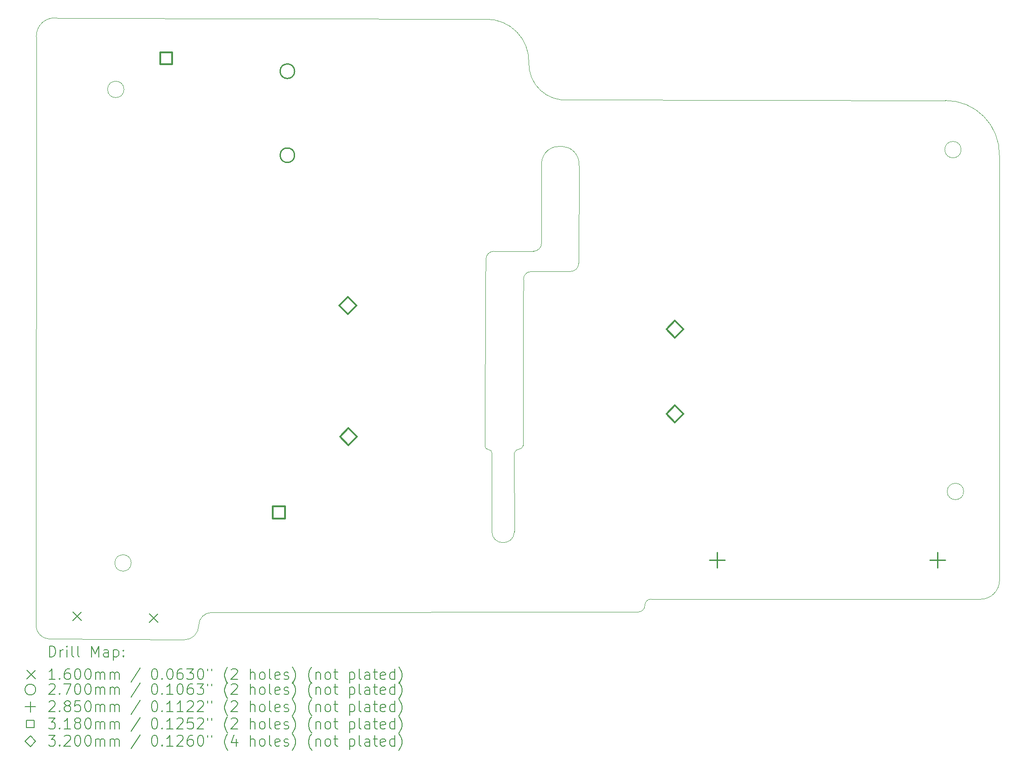
<source format=gbr>
%FSLAX45Y45*%
G04 Gerber Fmt 4.5, Leading zero omitted, Abs format (unit mm)*
G04 Created by KiCad (PCBNEW (6.0.1)) date 2022-11-29 11:45:11*
%MOMM*%
%LPD*%
G01*
G04 APERTURE LIST*
%TA.AperFunction,Profile*%
%ADD10C,0.100000*%
%TD*%
%ADD11C,0.200000*%
%ADD12C,0.160000*%
%ADD13C,0.270000*%
%ADD14C,0.285000*%
%ADD15C,0.318000*%
%ADD16C,0.320000*%
G04 APERTURE END LIST*
D10*
X21991405Y-12501877D02*
G75*
G03*
X21991405Y-12501877I-152485J0D01*
G01*
X22659353Y-14150353D02*
X22656800Y-6248400D01*
X13947171Y-8412480D02*
G75*
G03*
X13807440Y-8559800I0J-139926D01*
G01*
X15937597Y-14743797D02*
X8173720Y-14752320D01*
X14841378Y-6445937D02*
X14833600Y-8260080D01*
X15937597Y-14743797D02*
G75*
G03*
X16064597Y-14616797I0J127000D01*
G01*
X13108971Y-8181371D02*
X13101320Y-8625840D01*
X13634720Y-11788140D02*
X13637260Y-13248640D01*
X5167408Y-3704812D02*
G75*
G03*
X4748308Y-4047712I-82027J-327311D01*
G01*
X13906500Y-4521200D02*
G75*
G03*
X14655800Y-5219700I677555J-24316D01*
G01*
X4741133Y-15002288D02*
G75*
G03*
X4982433Y-15243588I256548J15248D01*
G01*
X13218101Y-13243560D02*
G75*
G03*
X13637260Y-13248640I209610J0D01*
G01*
X16178897Y-14502497D02*
X22303753Y-14505953D01*
X13733780Y-11711940D02*
G75*
G03*
X13797280Y-11648440I0J63500D01*
G01*
X13219881Y-11786419D02*
X13218101Y-13243560D01*
X22303753Y-14505953D02*
G75*
G03*
X22659353Y-14150353I0J355600D01*
G01*
X13906500Y-4521200D02*
G75*
G03*
X13119100Y-3719340I-786441J15271D01*
G01*
X7500620Y-15260320D02*
G75*
G03*
X7767320Y-14993620I0J266700D01*
G01*
X4741133Y-15002288D02*
X4748308Y-4047712D01*
X13992829Y-8033989D02*
G75*
G03*
X14142720Y-7889240I-1J149983D01*
G01*
X21655260Y-5230640D02*
X14655800Y-5219700D01*
X13101320Y-8625840D02*
X13091160Y-11653520D01*
X13802360Y-8986520D02*
X13807440Y-8559800D01*
X13219881Y-11786419D02*
G75*
G03*
X13156381Y-11722919I-63500J0D01*
G01*
X13091160Y-11653520D02*
G75*
G03*
X13156381Y-11722919I65221J-4052D01*
G01*
X13947171Y-8412480D02*
X14683709Y-8409909D01*
X6377485Y-5025000D02*
G75*
G03*
X6377485Y-5025000I-152485J0D01*
G01*
X8008620Y-14752320D02*
G75*
G03*
X7767320Y-14993620I-1J-241300D01*
G01*
X16178897Y-14502497D02*
G75*
G03*
X16064597Y-14616797I0J-114300D01*
G01*
X8173720Y-14752320D02*
X8008620Y-14752320D01*
X13733780Y-11711940D02*
G75*
G03*
X13634720Y-11788140I-1J-102487D01*
G01*
X6512555Y-13830627D02*
G75*
G03*
X6512555Y-13830627I-152485J0D01*
G01*
X13256291Y-8034051D02*
G75*
G03*
X13108971Y-8181371I0J-147320D01*
G01*
X13992829Y-8033989D02*
X13256291Y-8034051D01*
X14841378Y-6445937D02*
G75*
G03*
X14140338Y-6410377I-350679J14643D01*
G01*
X7500620Y-15260320D02*
X4982433Y-15243588D01*
X21945595Y-6144587D02*
G75*
G03*
X21945595Y-6144587I-152485J0D01*
G01*
X5167408Y-3704812D02*
X13119100Y-3719340D01*
X14683709Y-8409909D02*
G75*
G03*
X14833600Y-8260080I0J149891D01*
G01*
X13802360Y-8986520D02*
X13797280Y-11648440D01*
X22656800Y-6248400D02*
G75*
G03*
X21655260Y-5230640I-1001540J16090D01*
G01*
X14140338Y-6410377D02*
X14142720Y-7889240D01*
D11*
D12*
X5429120Y-14740780D02*
X5589120Y-14900780D01*
X5589120Y-14740780D02*
X5429120Y-14900780D01*
X6846440Y-14778880D02*
X7006440Y-14938880D01*
X7006440Y-14778880D02*
X6846440Y-14938880D01*
D13*
X9551000Y-4686300D02*
G75*
G03*
X9551000Y-4686300I-135000J0D01*
G01*
X9551000Y-6248400D02*
G75*
G03*
X9551000Y-6248400I-135000J0D01*
G01*
D14*
X17408100Y-13631450D02*
X17408100Y-13916450D01*
X17265600Y-13773950D02*
X17550600Y-13773950D01*
X21508100Y-13631450D02*
X21508100Y-13916450D01*
X21365600Y-13773950D02*
X21650600Y-13773950D01*
D15*
X7276731Y-4557531D02*
X7276731Y-4332669D01*
X7051869Y-4332669D01*
X7051869Y-4557531D01*
X7276731Y-4557531D01*
X9369231Y-13002831D02*
X9369231Y-12777969D01*
X9144369Y-12777969D01*
X9144369Y-13002831D01*
X9369231Y-13002831D01*
D16*
X10543912Y-9202190D02*
X10703912Y-9042190D01*
X10543912Y-8882190D01*
X10383912Y-9042190D01*
X10543912Y-9202190D01*
X10553700Y-11640800D02*
X10713700Y-11480800D01*
X10553700Y-11320800D01*
X10393700Y-11480800D01*
X10553700Y-11640800D01*
X16624300Y-9646900D02*
X16784300Y-9486900D01*
X16624300Y-9326900D01*
X16464300Y-9486900D01*
X16624300Y-9646900D01*
X16624300Y-11221700D02*
X16784300Y-11061700D01*
X16624300Y-10901700D01*
X16464300Y-11061700D01*
X16624300Y-11221700D01*
D11*
X4993752Y-15575796D02*
X4993752Y-15375796D01*
X5041371Y-15375796D01*
X5069942Y-15385320D01*
X5088990Y-15404368D01*
X5098513Y-15423415D01*
X5108037Y-15461510D01*
X5108037Y-15490082D01*
X5098513Y-15528177D01*
X5088990Y-15547225D01*
X5069942Y-15566272D01*
X5041371Y-15575796D01*
X4993752Y-15575796D01*
X5193752Y-15575796D02*
X5193752Y-15442463D01*
X5193752Y-15480558D02*
X5203275Y-15461510D01*
X5212799Y-15451987D01*
X5231847Y-15442463D01*
X5250894Y-15442463D01*
X5317561Y-15575796D02*
X5317561Y-15442463D01*
X5317561Y-15375796D02*
X5308037Y-15385320D01*
X5317561Y-15394844D01*
X5327085Y-15385320D01*
X5317561Y-15375796D01*
X5317561Y-15394844D01*
X5441371Y-15575796D02*
X5422323Y-15566272D01*
X5412799Y-15547225D01*
X5412799Y-15375796D01*
X5546133Y-15575796D02*
X5527085Y-15566272D01*
X5517561Y-15547225D01*
X5517561Y-15375796D01*
X5774704Y-15575796D02*
X5774704Y-15375796D01*
X5841370Y-15518653D01*
X5908037Y-15375796D01*
X5908037Y-15575796D01*
X6088990Y-15575796D02*
X6088990Y-15471034D01*
X6079466Y-15451987D01*
X6060418Y-15442463D01*
X6022323Y-15442463D01*
X6003275Y-15451987D01*
X6088990Y-15566272D02*
X6069942Y-15575796D01*
X6022323Y-15575796D01*
X6003275Y-15566272D01*
X5993751Y-15547225D01*
X5993751Y-15528177D01*
X6003275Y-15509129D01*
X6022323Y-15499606D01*
X6069942Y-15499606D01*
X6088990Y-15490082D01*
X6184228Y-15442463D02*
X6184228Y-15642463D01*
X6184228Y-15451987D02*
X6203275Y-15442463D01*
X6241370Y-15442463D01*
X6260418Y-15451987D01*
X6269942Y-15461510D01*
X6279466Y-15480558D01*
X6279466Y-15537701D01*
X6269942Y-15556748D01*
X6260418Y-15566272D01*
X6241370Y-15575796D01*
X6203275Y-15575796D01*
X6184228Y-15566272D01*
X6365180Y-15556748D02*
X6374704Y-15566272D01*
X6365180Y-15575796D01*
X6355656Y-15566272D01*
X6365180Y-15556748D01*
X6365180Y-15575796D01*
X6365180Y-15451987D02*
X6374704Y-15461510D01*
X6365180Y-15471034D01*
X6355656Y-15461510D01*
X6365180Y-15451987D01*
X6365180Y-15471034D01*
D12*
X4576133Y-15825320D02*
X4736133Y-15985320D01*
X4736133Y-15825320D02*
X4576133Y-15985320D01*
D11*
X5098513Y-15995796D02*
X4984228Y-15995796D01*
X5041371Y-15995796D02*
X5041371Y-15795796D01*
X5022323Y-15824368D01*
X5003275Y-15843415D01*
X4984228Y-15852939D01*
X5184228Y-15976748D02*
X5193752Y-15986272D01*
X5184228Y-15995796D01*
X5174704Y-15986272D01*
X5184228Y-15976748D01*
X5184228Y-15995796D01*
X5365180Y-15795796D02*
X5327085Y-15795796D01*
X5308037Y-15805320D01*
X5298513Y-15814844D01*
X5279466Y-15843415D01*
X5269942Y-15881510D01*
X5269942Y-15957701D01*
X5279466Y-15976748D01*
X5288990Y-15986272D01*
X5308037Y-15995796D01*
X5346133Y-15995796D01*
X5365180Y-15986272D01*
X5374704Y-15976748D01*
X5384228Y-15957701D01*
X5384228Y-15910082D01*
X5374704Y-15891034D01*
X5365180Y-15881510D01*
X5346133Y-15871987D01*
X5308037Y-15871987D01*
X5288990Y-15881510D01*
X5279466Y-15891034D01*
X5269942Y-15910082D01*
X5508037Y-15795796D02*
X5527085Y-15795796D01*
X5546133Y-15805320D01*
X5555656Y-15814844D01*
X5565180Y-15833891D01*
X5574704Y-15871987D01*
X5574704Y-15919606D01*
X5565180Y-15957701D01*
X5555656Y-15976748D01*
X5546133Y-15986272D01*
X5527085Y-15995796D01*
X5508037Y-15995796D01*
X5488990Y-15986272D01*
X5479466Y-15976748D01*
X5469942Y-15957701D01*
X5460418Y-15919606D01*
X5460418Y-15871987D01*
X5469942Y-15833891D01*
X5479466Y-15814844D01*
X5488990Y-15805320D01*
X5508037Y-15795796D01*
X5698513Y-15795796D02*
X5717561Y-15795796D01*
X5736609Y-15805320D01*
X5746132Y-15814844D01*
X5755656Y-15833891D01*
X5765180Y-15871987D01*
X5765180Y-15919606D01*
X5755656Y-15957701D01*
X5746132Y-15976748D01*
X5736609Y-15986272D01*
X5717561Y-15995796D01*
X5698513Y-15995796D01*
X5679466Y-15986272D01*
X5669942Y-15976748D01*
X5660418Y-15957701D01*
X5650894Y-15919606D01*
X5650894Y-15871987D01*
X5660418Y-15833891D01*
X5669942Y-15814844D01*
X5679466Y-15805320D01*
X5698513Y-15795796D01*
X5850894Y-15995796D02*
X5850894Y-15862463D01*
X5850894Y-15881510D02*
X5860418Y-15871987D01*
X5879466Y-15862463D01*
X5908037Y-15862463D01*
X5927085Y-15871987D01*
X5936609Y-15891034D01*
X5936609Y-15995796D01*
X5936609Y-15891034D02*
X5946132Y-15871987D01*
X5965180Y-15862463D01*
X5993751Y-15862463D01*
X6012799Y-15871987D01*
X6022323Y-15891034D01*
X6022323Y-15995796D01*
X6117561Y-15995796D02*
X6117561Y-15862463D01*
X6117561Y-15881510D02*
X6127085Y-15871987D01*
X6146132Y-15862463D01*
X6174704Y-15862463D01*
X6193751Y-15871987D01*
X6203275Y-15891034D01*
X6203275Y-15995796D01*
X6203275Y-15891034D02*
X6212799Y-15871987D01*
X6231847Y-15862463D01*
X6260418Y-15862463D01*
X6279466Y-15871987D01*
X6288990Y-15891034D01*
X6288990Y-15995796D01*
X6679466Y-15786272D02*
X6508037Y-16043415D01*
X6936609Y-15795796D02*
X6955656Y-15795796D01*
X6974704Y-15805320D01*
X6984228Y-15814844D01*
X6993751Y-15833891D01*
X7003275Y-15871987D01*
X7003275Y-15919606D01*
X6993751Y-15957701D01*
X6984228Y-15976748D01*
X6974704Y-15986272D01*
X6955656Y-15995796D01*
X6936609Y-15995796D01*
X6917561Y-15986272D01*
X6908037Y-15976748D01*
X6898513Y-15957701D01*
X6888990Y-15919606D01*
X6888990Y-15871987D01*
X6898513Y-15833891D01*
X6908037Y-15814844D01*
X6917561Y-15805320D01*
X6936609Y-15795796D01*
X7088990Y-15976748D02*
X7098513Y-15986272D01*
X7088990Y-15995796D01*
X7079466Y-15986272D01*
X7088990Y-15976748D01*
X7088990Y-15995796D01*
X7222323Y-15795796D02*
X7241370Y-15795796D01*
X7260418Y-15805320D01*
X7269942Y-15814844D01*
X7279466Y-15833891D01*
X7288990Y-15871987D01*
X7288990Y-15919606D01*
X7279466Y-15957701D01*
X7269942Y-15976748D01*
X7260418Y-15986272D01*
X7241370Y-15995796D01*
X7222323Y-15995796D01*
X7203275Y-15986272D01*
X7193751Y-15976748D01*
X7184228Y-15957701D01*
X7174704Y-15919606D01*
X7174704Y-15871987D01*
X7184228Y-15833891D01*
X7193751Y-15814844D01*
X7203275Y-15805320D01*
X7222323Y-15795796D01*
X7460418Y-15795796D02*
X7422323Y-15795796D01*
X7403275Y-15805320D01*
X7393751Y-15814844D01*
X7374704Y-15843415D01*
X7365180Y-15881510D01*
X7365180Y-15957701D01*
X7374704Y-15976748D01*
X7384228Y-15986272D01*
X7403275Y-15995796D01*
X7441370Y-15995796D01*
X7460418Y-15986272D01*
X7469942Y-15976748D01*
X7479466Y-15957701D01*
X7479466Y-15910082D01*
X7469942Y-15891034D01*
X7460418Y-15881510D01*
X7441370Y-15871987D01*
X7403275Y-15871987D01*
X7384228Y-15881510D01*
X7374704Y-15891034D01*
X7365180Y-15910082D01*
X7546132Y-15795796D02*
X7669942Y-15795796D01*
X7603275Y-15871987D01*
X7631847Y-15871987D01*
X7650894Y-15881510D01*
X7660418Y-15891034D01*
X7669942Y-15910082D01*
X7669942Y-15957701D01*
X7660418Y-15976748D01*
X7650894Y-15986272D01*
X7631847Y-15995796D01*
X7574704Y-15995796D01*
X7555656Y-15986272D01*
X7546132Y-15976748D01*
X7793751Y-15795796D02*
X7812799Y-15795796D01*
X7831847Y-15805320D01*
X7841370Y-15814844D01*
X7850894Y-15833891D01*
X7860418Y-15871987D01*
X7860418Y-15919606D01*
X7850894Y-15957701D01*
X7841370Y-15976748D01*
X7831847Y-15986272D01*
X7812799Y-15995796D01*
X7793751Y-15995796D01*
X7774704Y-15986272D01*
X7765180Y-15976748D01*
X7755656Y-15957701D01*
X7746132Y-15919606D01*
X7746132Y-15871987D01*
X7755656Y-15833891D01*
X7765180Y-15814844D01*
X7774704Y-15805320D01*
X7793751Y-15795796D01*
X7936609Y-15795796D02*
X7936609Y-15833891D01*
X8012799Y-15795796D02*
X8012799Y-15833891D01*
X8308037Y-16071987D02*
X8298513Y-16062463D01*
X8279466Y-16033891D01*
X8269942Y-16014844D01*
X8260418Y-15986272D01*
X8250894Y-15938653D01*
X8250894Y-15900558D01*
X8260418Y-15852939D01*
X8269942Y-15824368D01*
X8279466Y-15805320D01*
X8298513Y-15776748D01*
X8308037Y-15767225D01*
X8374704Y-15814844D02*
X8384228Y-15805320D01*
X8403275Y-15795796D01*
X8450894Y-15795796D01*
X8469942Y-15805320D01*
X8479466Y-15814844D01*
X8488990Y-15833891D01*
X8488990Y-15852939D01*
X8479466Y-15881510D01*
X8365180Y-15995796D01*
X8488990Y-15995796D01*
X8727085Y-15995796D02*
X8727085Y-15795796D01*
X8812799Y-15995796D02*
X8812799Y-15891034D01*
X8803275Y-15871987D01*
X8784228Y-15862463D01*
X8755656Y-15862463D01*
X8736609Y-15871987D01*
X8727085Y-15881510D01*
X8936609Y-15995796D02*
X8917561Y-15986272D01*
X8908037Y-15976748D01*
X8898513Y-15957701D01*
X8898513Y-15900558D01*
X8908037Y-15881510D01*
X8917561Y-15871987D01*
X8936609Y-15862463D01*
X8965180Y-15862463D01*
X8984228Y-15871987D01*
X8993752Y-15881510D01*
X9003275Y-15900558D01*
X9003275Y-15957701D01*
X8993752Y-15976748D01*
X8984228Y-15986272D01*
X8965180Y-15995796D01*
X8936609Y-15995796D01*
X9117561Y-15995796D02*
X9098513Y-15986272D01*
X9088990Y-15967225D01*
X9088990Y-15795796D01*
X9269942Y-15986272D02*
X9250894Y-15995796D01*
X9212799Y-15995796D01*
X9193752Y-15986272D01*
X9184228Y-15967225D01*
X9184228Y-15891034D01*
X9193752Y-15871987D01*
X9212799Y-15862463D01*
X9250894Y-15862463D01*
X9269942Y-15871987D01*
X9279466Y-15891034D01*
X9279466Y-15910082D01*
X9184228Y-15929129D01*
X9355656Y-15986272D02*
X9374704Y-15995796D01*
X9412799Y-15995796D01*
X9431847Y-15986272D01*
X9441371Y-15967225D01*
X9441371Y-15957701D01*
X9431847Y-15938653D01*
X9412799Y-15929129D01*
X9384228Y-15929129D01*
X9365180Y-15919606D01*
X9355656Y-15900558D01*
X9355656Y-15891034D01*
X9365180Y-15871987D01*
X9384228Y-15862463D01*
X9412799Y-15862463D01*
X9431847Y-15871987D01*
X9508037Y-16071987D02*
X9517561Y-16062463D01*
X9536609Y-16033891D01*
X9546132Y-16014844D01*
X9555656Y-15986272D01*
X9565180Y-15938653D01*
X9565180Y-15900558D01*
X9555656Y-15852939D01*
X9546132Y-15824368D01*
X9536609Y-15805320D01*
X9517561Y-15776748D01*
X9508037Y-15767225D01*
X9869942Y-16071987D02*
X9860418Y-16062463D01*
X9841371Y-16033891D01*
X9831847Y-16014844D01*
X9822323Y-15986272D01*
X9812799Y-15938653D01*
X9812799Y-15900558D01*
X9822323Y-15852939D01*
X9831847Y-15824368D01*
X9841371Y-15805320D01*
X9860418Y-15776748D01*
X9869942Y-15767225D01*
X9946132Y-15862463D02*
X9946132Y-15995796D01*
X9946132Y-15881510D02*
X9955656Y-15871987D01*
X9974704Y-15862463D01*
X10003275Y-15862463D01*
X10022323Y-15871987D01*
X10031847Y-15891034D01*
X10031847Y-15995796D01*
X10155656Y-15995796D02*
X10136609Y-15986272D01*
X10127085Y-15976748D01*
X10117561Y-15957701D01*
X10117561Y-15900558D01*
X10127085Y-15881510D01*
X10136609Y-15871987D01*
X10155656Y-15862463D01*
X10184228Y-15862463D01*
X10203275Y-15871987D01*
X10212799Y-15881510D01*
X10222323Y-15900558D01*
X10222323Y-15957701D01*
X10212799Y-15976748D01*
X10203275Y-15986272D01*
X10184228Y-15995796D01*
X10155656Y-15995796D01*
X10279466Y-15862463D02*
X10355656Y-15862463D01*
X10308037Y-15795796D02*
X10308037Y-15967225D01*
X10317561Y-15986272D01*
X10336609Y-15995796D01*
X10355656Y-15995796D01*
X10574704Y-15862463D02*
X10574704Y-16062463D01*
X10574704Y-15871987D02*
X10593752Y-15862463D01*
X10631847Y-15862463D01*
X10650894Y-15871987D01*
X10660418Y-15881510D01*
X10669942Y-15900558D01*
X10669942Y-15957701D01*
X10660418Y-15976748D01*
X10650894Y-15986272D01*
X10631847Y-15995796D01*
X10593752Y-15995796D01*
X10574704Y-15986272D01*
X10784228Y-15995796D02*
X10765180Y-15986272D01*
X10755656Y-15967225D01*
X10755656Y-15795796D01*
X10946132Y-15995796D02*
X10946132Y-15891034D01*
X10936609Y-15871987D01*
X10917561Y-15862463D01*
X10879466Y-15862463D01*
X10860418Y-15871987D01*
X10946132Y-15986272D02*
X10927085Y-15995796D01*
X10879466Y-15995796D01*
X10860418Y-15986272D01*
X10850894Y-15967225D01*
X10850894Y-15948177D01*
X10860418Y-15929129D01*
X10879466Y-15919606D01*
X10927085Y-15919606D01*
X10946132Y-15910082D01*
X11012799Y-15862463D02*
X11088990Y-15862463D01*
X11041371Y-15795796D02*
X11041371Y-15967225D01*
X11050894Y-15986272D01*
X11069942Y-15995796D01*
X11088990Y-15995796D01*
X11231847Y-15986272D02*
X11212799Y-15995796D01*
X11174704Y-15995796D01*
X11155656Y-15986272D01*
X11146132Y-15967225D01*
X11146132Y-15891034D01*
X11155656Y-15871987D01*
X11174704Y-15862463D01*
X11212799Y-15862463D01*
X11231847Y-15871987D01*
X11241370Y-15891034D01*
X11241370Y-15910082D01*
X11146132Y-15929129D01*
X11412799Y-15995796D02*
X11412799Y-15795796D01*
X11412799Y-15986272D02*
X11393751Y-15995796D01*
X11355656Y-15995796D01*
X11336609Y-15986272D01*
X11327085Y-15976748D01*
X11317561Y-15957701D01*
X11317561Y-15900558D01*
X11327085Y-15881510D01*
X11336609Y-15871987D01*
X11355656Y-15862463D01*
X11393751Y-15862463D01*
X11412799Y-15871987D01*
X11488990Y-16071987D02*
X11498513Y-16062463D01*
X11517561Y-16033891D01*
X11527085Y-16014844D01*
X11536609Y-15986272D01*
X11546132Y-15938653D01*
X11546132Y-15900558D01*
X11536609Y-15852939D01*
X11527085Y-15824368D01*
X11517561Y-15805320D01*
X11498513Y-15776748D01*
X11488990Y-15767225D01*
X4736133Y-16185320D02*
G75*
G03*
X4736133Y-16185320I-100000J0D01*
G01*
X4984228Y-16094844D02*
X4993752Y-16085320D01*
X5012799Y-16075796D01*
X5060418Y-16075796D01*
X5079466Y-16085320D01*
X5088990Y-16094844D01*
X5098513Y-16113891D01*
X5098513Y-16132939D01*
X5088990Y-16161510D01*
X4974704Y-16275796D01*
X5098513Y-16275796D01*
X5184228Y-16256748D02*
X5193752Y-16266272D01*
X5184228Y-16275796D01*
X5174704Y-16266272D01*
X5184228Y-16256748D01*
X5184228Y-16275796D01*
X5260418Y-16075796D02*
X5393752Y-16075796D01*
X5308037Y-16275796D01*
X5508037Y-16075796D02*
X5527085Y-16075796D01*
X5546133Y-16085320D01*
X5555656Y-16094844D01*
X5565180Y-16113891D01*
X5574704Y-16151987D01*
X5574704Y-16199606D01*
X5565180Y-16237701D01*
X5555656Y-16256748D01*
X5546133Y-16266272D01*
X5527085Y-16275796D01*
X5508037Y-16275796D01*
X5488990Y-16266272D01*
X5479466Y-16256748D01*
X5469942Y-16237701D01*
X5460418Y-16199606D01*
X5460418Y-16151987D01*
X5469942Y-16113891D01*
X5479466Y-16094844D01*
X5488990Y-16085320D01*
X5508037Y-16075796D01*
X5698513Y-16075796D02*
X5717561Y-16075796D01*
X5736609Y-16085320D01*
X5746132Y-16094844D01*
X5755656Y-16113891D01*
X5765180Y-16151987D01*
X5765180Y-16199606D01*
X5755656Y-16237701D01*
X5746132Y-16256748D01*
X5736609Y-16266272D01*
X5717561Y-16275796D01*
X5698513Y-16275796D01*
X5679466Y-16266272D01*
X5669942Y-16256748D01*
X5660418Y-16237701D01*
X5650894Y-16199606D01*
X5650894Y-16151987D01*
X5660418Y-16113891D01*
X5669942Y-16094844D01*
X5679466Y-16085320D01*
X5698513Y-16075796D01*
X5850894Y-16275796D02*
X5850894Y-16142463D01*
X5850894Y-16161510D02*
X5860418Y-16151987D01*
X5879466Y-16142463D01*
X5908037Y-16142463D01*
X5927085Y-16151987D01*
X5936609Y-16171034D01*
X5936609Y-16275796D01*
X5936609Y-16171034D02*
X5946132Y-16151987D01*
X5965180Y-16142463D01*
X5993751Y-16142463D01*
X6012799Y-16151987D01*
X6022323Y-16171034D01*
X6022323Y-16275796D01*
X6117561Y-16275796D02*
X6117561Y-16142463D01*
X6117561Y-16161510D02*
X6127085Y-16151987D01*
X6146132Y-16142463D01*
X6174704Y-16142463D01*
X6193751Y-16151987D01*
X6203275Y-16171034D01*
X6203275Y-16275796D01*
X6203275Y-16171034D02*
X6212799Y-16151987D01*
X6231847Y-16142463D01*
X6260418Y-16142463D01*
X6279466Y-16151987D01*
X6288990Y-16171034D01*
X6288990Y-16275796D01*
X6679466Y-16066272D02*
X6508037Y-16323415D01*
X6936609Y-16075796D02*
X6955656Y-16075796D01*
X6974704Y-16085320D01*
X6984228Y-16094844D01*
X6993751Y-16113891D01*
X7003275Y-16151987D01*
X7003275Y-16199606D01*
X6993751Y-16237701D01*
X6984228Y-16256748D01*
X6974704Y-16266272D01*
X6955656Y-16275796D01*
X6936609Y-16275796D01*
X6917561Y-16266272D01*
X6908037Y-16256748D01*
X6898513Y-16237701D01*
X6888990Y-16199606D01*
X6888990Y-16151987D01*
X6898513Y-16113891D01*
X6908037Y-16094844D01*
X6917561Y-16085320D01*
X6936609Y-16075796D01*
X7088990Y-16256748D02*
X7098513Y-16266272D01*
X7088990Y-16275796D01*
X7079466Y-16266272D01*
X7088990Y-16256748D01*
X7088990Y-16275796D01*
X7288990Y-16275796D02*
X7174704Y-16275796D01*
X7231847Y-16275796D02*
X7231847Y-16075796D01*
X7212799Y-16104368D01*
X7193751Y-16123415D01*
X7174704Y-16132939D01*
X7412799Y-16075796D02*
X7431847Y-16075796D01*
X7450894Y-16085320D01*
X7460418Y-16094844D01*
X7469942Y-16113891D01*
X7479466Y-16151987D01*
X7479466Y-16199606D01*
X7469942Y-16237701D01*
X7460418Y-16256748D01*
X7450894Y-16266272D01*
X7431847Y-16275796D01*
X7412799Y-16275796D01*
X7393751Y-16266272D01*
X7384228Y-16256748D01*
X7374704Y-16237701D01*
X7365180Y-16199606D01*
X7365180Y-16151987D01*
X7374704Y-16113891D01*
X7384228Y-16094844D01*
X7393751Y-16085320D01*
X7412799Y-16075796D01*
X7650894Y-16075796D02*
X7612799Y-16075796D01*
X7593751Y-16085320D01*
X7584228Y-16094844D01*
X7565180Y-16123415D01*
X7555656Y-16161510D01*
X7555656Y-16237701D01*
X7565180Y-16256748D01*
X7574704Y-16266272D01*
X7593751Y-16275796D01*
X7631847Y-16275796D01*
X7650894Y-16266272D01*
X7660418Y-16256748D01*
X7669942Y-16237701D01*
X7669942Y-16190082D01*
X7660418Y-16171034D01*
X7650894Y-16161510D01*
X7631847Y-16151987D01*
X7593751Y-16151987D01*
X7574704Y-16161510D01*
X7565180Y-16171034D01*
X7555656Y-16190082D01*
X7736609Y-16075796D02*
X7860418Y-16075796D01*
X7793751Y-16151987D01*
X7822323Y-16151987D01*
X7841370Y-16161510D01*
X7850894Y-16171034D01*
X7860418Y-16190082D01*
X7860418Y-16237701D01*
X7850894Y-16256748D01*
X7841370Y-16266272D01*
X7822323Y-16275796D01*
X7765180Y-16275796D01*
X7746132Y-16266272D01*
X7736609Y-16256748D01*
X7936609Y-16075796D02*
X7936609Y-16113891D01*
X8012799Y-16075796D02*
X8012799Y-16113891D01*
X8308037Y-16351987D02*
X8298513Y-16342463D01*
X8279466Y-16313891D01*
X8269942Y-16294844D01*
X8260418Y-16266272D01*
X8250894Y-16218653D01*
X8250894Y-16180558D01*
X8260418Y-16132939D01*
X8269942Y-16104368D01*
X8279466Y-16085320D01*
X8298513Y-16056748D01*
X8308037Y-16047225D01*
X8374704Y-16094844D02*
X8384228Y-16085320D01*
X8403275Y-16075796D01*
X8450894Y-16075796D01*
X8469942Y-16085320D01*
X8479466Y-16094844D01*
X8488990Y-16113891D01*
X8488990Y-16132939D01*
X8479466Y-16161510D01*
X8365180Y-16275796D01*
X8488990Y-16275796D01*
X8727085Y-16275796D02*
X8727085Y-16075796D01*
X8812799Y-16275796D02*
X8812799Y-16171034D01*
X8803275Y-16151987D01*
X8784228Y-16142463D01*
X8755656Y-16142463D01*
X8736609Y-16151987D01*
X8727085Y-16161510D01*
X8936609Y-16275796D02*
X8917561Y-16266272D01*
X8908037Y-16256748D01*
X8898513Y-16237701D01*
X8898513Y-16180558D01*
X8908037Y-16161510D01*
X8917561Y-16151987D01*
X8936609Y-16142463D01*
X8965180Y-16142463D01*
X8984228Y-16151987D01*
X8993752Y-16161510D01*
X9003275Y-16180558D01*
X9003275Y-16237701D01*
X8993752Y-16256748D01*
X8984228Y-16266272D01*
X8965180Y-16275796D01*
X8936609Y-16275796D01*
X9117561Y-16275796D02*
X9098513Y-16266272D01*
X9088990Y-16247225D01*
X9088990Y-16075796D01*
X9269942Y-16266272D02*
X9250894Y-16275796D01*
X9212799Y-16275796D01*
X9193752Y-16266272D01*
X9184228Y-16247225D01*
X9184228Y-16171034D01*
X9193752Y-16151987D01*
X9212799Y-16142463D01*
X9250894Y-16142463D01*
X9269942Y-16151987D01*
X9279466Y-16171034D01*
X9279466Y-16190082D01*
X9184228Y-16209129D01*
X9355656Y-16266272D02*
X9374704Y-16275796D01*
X9412799Y-16275796D01*
X9431847Y-16266272D01*
X9441371Y-16247225D01*
X9441371Y-16237701D01*
X9431847Y-16218653D01*
X9412799Y-16209129D01*
X9384228Y-16209129D01*
X9365180Y-16199606D01*
X9355656Y-16180558D01*
X9355656Y-16171034D01*
X9365180Y-16151987D01*
X9384228Y-16142463D01*
X9412799Y-16142463D01*
X9431847Y-16151987D01*
X9508037Y-16351987D02*
X9517561Y-16342463D01*
X9536609Y-16313891D01*
X9546132Y-16294844D01*
X9555656Y-16266272D01*
X9565180Y-16218653D01*
X9565180Y-16180558D01*
X9555656Y-16132939D01*
X9546132Y-16104368D01*
X9536609Y-16085320D01*
X9517561Y-16056748D01*
X9508037Y-16047225D01*
X9869942Y-16351987D02*
X9860418Y-16342463D01*
X9841371Y-16313891D01*
X9831847Y-16294844D01*
X9822323Y-16266272D01*
X9812799Y-16218653D01*
X9812799Y-16180558D01*
X9822323Y-16132939D01*
X9831847Y-16104368D01*
X9841371Y-16085320D01*
X9860418Y-16056748D01*
X9869942Y-16047225D01*
X9946132Y-16142463D02*
X9946132Y-16275796D01*
X9946132Y-16161510D02*
X9955656Y-16151987D01*
X9974704Y-16142463D01*
X10003275Y-16142463D01*
X10022323Y-16151987D01*
X10031847Y-16171034D01*
X10031847Y-16275796D01*
X10155656Y-16275796D02*
X10136609Y-16266272D01*
X10127085Y-16256748D01*
X10117561Y-16237701D01*
X10117561Y-16180558D01*
X10127085Y-16161510D01*
X10136609Y-16151987D01*
X10155656Y-16142463D01*
X10184228Y-16142463D01*
X10203275Y-16151987D01*
X10212799Y-16161510D01*
X10222323Y-16180558D01*
X10222323Y-16237701D01*
X10212799Y-16256748D01*
X10203275Y-16266272D01*
X10184228Y-16275796D01*
X10155656Y-16275796D01*
X10279466Y-16142463D02*
X10355656Y-16142463D01*
X10308037Y-16075796D02*
X10308037Y-16247225D01*
X10317561Y-16266272D01*
X10336609Y-16275796D01*
X10355656Y-16275796D01*
X10574704Y-16142463D02*
X10574704Y-16342463D01*
X10574704Y-16151987D02*
X10593752Y-16142463D01*
X10631847Y-16142463D01*
X10650894Y-16151987D01*
X10660418Y-16161510D01*
X10669942Y-16180558D01*
X10669942Y-16237701D01*
X10660418Y-16256748D01*
X10650894Y-16266272D01*
X10631847Y-16275796D01*
X10593752Y-16275796D01*
X10574704Y-16266272D01*
X10784228Y-16275796D02*
X10765180Y-16266272D01*
X10755656Y-16247225D01*
X10755656Y-16075796D01*
X10946132Y-16275796D02*
X10946132Y-16171034D01*
X10936609Y-16151987D01*
X10917561Y-16142463D01*
X10879466Y-16142463D01*
X10860418Y-16151987D01*
X10946132Y-16266272D02*
X10927085Y-16275796D01*
X10879466Y-16275796D01*
X10860418Y-16266272D01*
X10850894Y-16247225D01*
X10850894Y-16228177D01*
X10860418Y-16209129D01*
X10879466Y-16199606D01*
X10927085Y-16199606D01*
X10946132Y-16190082D01*
X11012799Y-16142463D02*
X11088990Y-16142463D01*
X11041371Y-16075796D02*
X11041371Y-16247225D01*
X11050894Y-16266272D01*
X11069942Y-16275796D01*
X11088990Y-16275796D01*
X11231847Y-16266272D02*
X11212799Y-16275796D01*
X11174704Y-16275796D01*
X11155656Y-16266272D01*
X11146132Y-16247225D01*
X11146132Y-16171034D01*
X11155656Y-16151987D01*
X11174704Y-16142463D01*
X11212799Y-16142463D01*
X11231847Y-16151987D01*
X11241370Y-16171034D01*
X11241370Y-16190082D01*
X11146132Y-16209129D01*
X11412799Y-16275796D02*
X11412799Y-16075796D01*
X11412799Y-16266272D02*
X11393751Y-16275796D01*
X11355656Y-16275796D01*
X11336609Y-16266272D01*
X11327085Y-16256748D01*
X11317561Y-16237701D01*
X11317561Y-16180558D01*
X11327085Y-16161510D01*
X11336609Y-16151987D01*
X11355656Y-16142463D01*
X11393751Y-16142463D01*
X11412799Y-16151987D01*
X11488990Y-16351987D02*
X11498513Y-16342463D01*
X11517561Y-16313891D01*
X11527085Y-16294844D01*
X11536609Y-16266272D01*
X11546132Y-16218653D01*
X11546132Y-16180558D01*
X11536609Y-16132939D01*
X11527085Y-16104368D01*
X11517561Y-16085320D01*
X11498513Y-16056748D01*
X11488990Y-16047225D01*
X4636133Y-16405320D02*
X4636133Y-16605320D01*
X4536133Y-16505320D02*
X4736133Y-16505320D01*
X4984228Y-16414844D02*
X4993752Y-16405320D01*
X5012799Y-16395796D01*
X5060418Y-16395796D01*
X5079466Y-16405320D01*
X5088990Y-16414844D01*
X5098513Y-16433891D01*
X5098513Y-16452939D01*
X5088990Y-16481510D01*
X4974704Y-16595796D01*
X5098513Y-16595796D01*
X5184228Y-16576748D02*
X5193752Y-16586272D01*
X5184228Y-16595796D01*
X5174704Y-16586272D01*
X5184228Y-16576748D01*
X5184228Y-16595796D01*
X5308037Y-16481510D02*
X5288990Y-16471987D01*
X5279466Y-16462463D01*
X5269942Y-16443415D01*
X5269942Y-16433891D01*
X5279466Y-16414844D01*
X5288990Y-16405320D01*
X5308037Y-16395796D01*
X5346133Y-16395796D01*
X5365180Y-16405320D01*
X5374704Y-16414844D01*
X5384228Y-16433891D01*
X5384228Y-16443415D01*
X5374704Y-16462463D01*
X5365180Y-16471987D01*
X5346133Y-16481510D01*
X5308037Y-16481510D01*
X5288990Y-16491034D01*
X5279466Y-16500558D01*
X5269942Y-16519606D01*
X5269942Y-16557701D01*
X5279466Y-16576748D01*
X5288990Y-16586272D01*
X5308037Y-16595796D01*
X5346133Y-16595796D01*
X5365180Y-16586272D01*
X5374704Y-16576748D01*
X5384228Y-16557701D01*
X5384228Y-16519606D01*
X5374704Y-16500558D01*
X5365180Y-16491034D01*
X5346133Y-16481510D01*
X5565180Y-16395796D02*
X5469942Y-16395796D01*
X5460418Y-16491034D01*
X5469942Y-16481510D01*
X5488990Y-16471987D01*
X5536609Y-16471987D01*
X5555656Y-16481510D01*
X5565180Y-16491034D01*
X5574704Y-16510082D01*
X5574704Y-16557701D01*
X5565180Y-16576748D01*
X5555656Y-16586272D01*
X5536609Y-16595796D01*
X5488990Y-16595796D01*
X5469942Y-16586272D01*
X5460418Y-16576748D01*
X5698513Y-16395796D02*
X5717561Y-16395796D01*
X5736609Y-16405320D01*
X5746132Y-16414844D01*
X5755656Y-16433891D01*
X5765180Y-16471987D01*
X5765180Y-16519606D01*
X5755656Y-16557701D01*
X5746132Y-16576748D01*
X5736609Y-16586272D01*
X5717561Y-16595796D01*
X5698513Y-16595796D01*
X5679466Y-16586272D01*
X5669942Y-16576748D01*
X5660418Y-16557701D01*
X5650894Y-16519606D01*
X5650894Y-16471987D01*
X5660418Y-16433891D01*
X5669942Y-16414844D01*
X5679466Y-16405320D01*
X5698513Y-16395796D01*
X5850894Y-16595796D02*
X5850894Y-16462463D01*
X5850894Y-16481510D02*
X5860418Y-16471987D01*
X5879466Y-16462463D01*
X5908037Y-16462463D01*
X5927085Y-16471987D01*
X5936609Y-16491034D01*
X5936609Y-16595796D01*
X5936609Y-16491034D02*
X5946132Y-16471987D01*
X5965180Y-16462463D01*
X5993751Y-16462463D01*
X6012799Y-16471987D01*
X6022323Y-16491034D01*
X6022323Y-16595796D01*
X6117561Y-16595796D02*
X6117561Y-16462463D01*
X6117561Y-16481510D02*
X6127085Y-16471987D01*
X6146132Y-16462463D01*
X6174704Y-16462463D01*
X6193751Y-16471987D01*
X6203275Y-16491034D01*
X6203275Y-16595796D01*
X6203275Y-16491034D02*
X6212799Y-16471987D01*
X6231847Y-16462463D01*
X6260418Y-16462463D01*
X6279466Y-16471987D01*
X6288990Y-16491034D01*
X6288990Y-16595796D01*
X6679466Y-16386272D02*
X6508037Y-16643415D01*
X6936609Y-16395796D02*
X6955656Y-16395796D01*
X6974704Y-16405320D01*
X6984228Y-16414844D01*
X6993751Y-16433891D01*
X7003275Y-16471987D01*
X7003275Y-16519606D01*
X6993751Y-16557701D01*
X6984228Y-16576748D01*
X6974704Y-16586272D01*
X6955656Y-16595796D01*
X6936609Y-16595796D01*
X6917561Y-16586272D01*
X6908037Y-16576748D01*
X6898513Y-16557701D01*
X6888990Y-16519606D01*
X6888990Y-16471987D01*
X6898513Y-16433891D01*
X6908037Y-16414844D01*
X6917561Y-16405320D01*
X6936609Y-16395796D01*
X7088990Y-16576748D02*
X7098513Y-16586272D01*
X7088990Y-16595796D01*
X7079466Y-16586272D01*
X7088990Y-16576748D01*
X7088990Y-16595796D01*
X7288990Y-16595796D02*
X7174704Y-16595796D01*
X7231847Y-16595796D02*
X7231847Y-16395796D01*
X7212799Y-16424368D01*
X7193751Y-16443415D01*
X7174704Y-16452939D01*
X7479466Y-16595796D02*
X7365180Y-16595796D01*
X7422323Y-16595796D02*
X7422323Y-16395796D01*
X7403275Y-16424368D01*
X7384228Y-16443415D01*
X7365180Y-16452939D01*
X7555656Y-16414844D02*
X7565180Y-16405320D01*
X7584228Y-16395796D01*
X7631847Y-16395796D01*
X7650894Y-16405320D01*
X7660418Y-16414844D01*
X7669942Y-16433891D01*
X7669942Y-16452939D01*
X7660418Y-16481510D01*
X7546132Y-16595796D01*
X7669942Y-16595796D01*
X7746132Y-16414844D02*
X7755656Y-16405320D01*
X7774704Y-16395796D01*
X7822323Y-16395796D01*
X7841370Y-16405320D01*
X7850894Y-16414844D01*
X7860418Y-16433891D01*
X7860418Y-16452939D01*
X7850894Y-16481510D01*
X7736609Y-16595796D01*
X7860418Y-16595796D01*
X7936609Y-16395796D02*
X7936609Y-16433891D01*
X8012799Y-16395796D02*
X8012799Y-16433891D01*
X8308037Y-16671987D02*
X8298513Y-16662463D01*
X8279466Y-16633891D01*
X8269942Y-16614844D01*
X8260418Y-16586272D01*
X8250894Y-16538653D01*
X8250894Y-16500558D01*
X8260418Y-16452939D01*
X8269942Y-16424368D01*
X8279466Y-16405320D01*
X8298513Y-16376748D01*
X8308037Y-16367225D01*
X8374704Y-16414844D02*
X8384228Y-16405320D01*
X8403275Y-16395796D01*
X8450894Y-16395796D01*
X8469942Y-16405320D01*
X8479466Y-16414844D01*
X8488990Y-16433891D01*
X8488990Y-16452939D01*
X8479466Y-16481510D01*
X8365180Y-16595796D01*
X8488990Y-16595796D01*
X8727085Y-16595796D02*
X8727085Y-16395796D01*
X8812799Y-16595796D02*
X8812799Y-16491034D01*
X8803275Y-16471987D01*
X8784228Y-16462463D01*
X8755656Y-16462463D01*
X8736609Y-16471987D01*
X8727085Y-16481510D01*
X8936609Y-16595796D02*
X8917561Y-16586272D01*
X8908037Y-16576748D01*
X8898513Y-16557701D01*
X8898513Y-16500558D01*
X8908037Y-16481510D01*
X8917561Y-16471987D01*
X8936609Y-16462463D01*
X8965180Y-16462463D01*
X8984228Y-16471987D01*
X8993752Y-16481510D01*
X9003275Y-16500558D01*
X9003275Y-16557701D01*
X8993752Y-16576748D01*
X8984228Y-16586272D01*
X8965180Y-16595796D01*
X8936609Y-16595796D01*
X9117561Y-16595796D02*
X9098513Y-16586272D01*
X9088990Y-16567225D01*
X9088990Y-16395796D01*
X9269942Y-16586272D02*
X9250894Y-16595796D01*
X9212799Y-16595796D01*
X9193752Y-16586272D01*
X9184228Y-16567225D01*
X9184228Y-16491034D01*
X9193752Y-16471987D01*
X9212799Y-16462463D01*
X9250894Y-16462463D01*
X9269942Y-16471987D01*
X9279466Y-16491034D01*
X9279466Y-16510082D01*
X9184228Y-16529129D01*
X9355656Y-16586272D02*
X9374704Y-16595796D01*
X9412799Y-16595796D01*
X9431847Y-16586272D01*
X9441371Y-16567225D01*
X9441371Y-16557701D01*
X9431847Y-16538653D01*
X9412799Y-16529129D01*
X9384228Y-16529129D01*
X9365180Y-16519606D01*
X9355656Y-16500558D01*
X9355656Y-16491034D01*
X9365180Y-16471987D01*
X9384228Y-16462463D01*
X9412799Y-16462463D01*
X9431847Y-16471987D01*
X9508037Y-16671987D02*
X9517561Y-16662463D01*
X9536609Y-16633891D01*
X9546132Y-16614844D01*
X9555656Y-16586272D01*
X9565180Y-16538653D01*
X9565180Y-16500558D01*
X9555656Y-16452939D01*
X9546132Y-16424368D01*
X9536609Y-16405320D01*
X9517561Y-16376748D01*
X9508037Y-16367225D01*
X9869942Y-16671987D02*
X9860418Y-16662463D01*
X9841371Y-16633891D01*
X9831847Y-16614844D01*
X9822323Y-16586272D01*
X9812799Y-16538653D01*
X9812799Y-16500558D01*
X9822323Y-16452939D01*
X9831847Y-16424368D01*
X9841371Y-16405320D01*
X9860418Y-16376748D01*
X9869942Y-16367225D01*
X9946132Y-16462463D02*
X9946132Y-16595796D01*
X9946132Y-16481510D02*
X9955656Y-16471987D01*
X9974704Y-16462463D01*
X10003275Y-16462463D01*
X10022323Y-16471987D01*
X10031847Y-16491034D01*
X10031847Y-16595796D01*
X10155656Y-16595796D02*
X10136609Y-16586272D01*
X10127085Y-16576748D01*
X10117561Y-16557701D01*
X10117561Y-16500558D01*
X10127085Y-16481510D01*
X10136609Y-16471987D01*
X10155656Y-16462463D01*
X10184228Y-16462463D01*
X10203275Y-16471987D01*
X10212799Y-16481510D01*
X10222323Y-16500558D01*
X10222323Y-16557701D01*
X10212799Y-16576748D01*
X10203275Y-16586272D01*
X10184228Y-16595796D01*
X10155656Y-16595796D01*
X10279466Y-16462463D02*
X10355656Y-16462463D01*
X10308037Y-16395796D02*
X10308037Y-16567225D01*
X10317561Y-16586272D01*
X10336609Y-16595796D01*
X10355656Y-16595796D01*
X10574704Y-16462463D02*
X10574704Y-16662463D01*
X10574704Y-16471987D02*
X10593752Y-16462463D01*
X10631847Y-16462463D01*
X10650894Y-16471987D01*
X10660418Y-16481510D01*
X10669942Y-16500558D01*
X10669942Y-16557701D01*
X10660418Y-16576748D01*
X10650894Y-16586272D01*
X10631847Y-16595796D01*
X10593752Y-16595796D01*
X10574704Y-16586272D01*
X10784228Y-16595796D02*
X10765180Y-16586272D01*
X10755656Y-16567225D01*
X10755656Y-16395796D01*
X10946132Y-16595796D02*
X10946132Y-16491034D01*
X10936609Y-16471987D01*
X10917561Y-16462463D01*
X10879466Y-16462463D01*
X10860418Y-16471987D01*
X10946132Y-16586272D02*
X10927085Y-16595796D01*
X10879466Y-16595796D01*
X10860418Y-16586272D01*
X10850894Y-16567225D01*
X10850894Y-16548177D01*
X10860418Y-16529129D01*
X10879466Y-16519606D01*
X10927085Y-16519606D01*
X10946132Y-16510082D01*
X11012799Y-16462463D02*
X11088990Y-16462463D01*
X11041371Y-16395796D02*
X11041371Y-16567225D01*
X11050894Y-16586272D01*
X11069942Y-16595796D01*
X11088990Y-16595796D01*
X11231847Y-16586272D02*
X11212799Y-16595796D01*
X11174704Y-16595796D01*
X11155656Y-16586272D01*
X11146132Y-16567225D01*
X11146132Y-16491034D01*
X11155656Y-16471987D01*
X11174704Y-16462463D01*
X11212799Y-16462463D01*
X11231847Y-16471987D01*
X11241370Y-16491034D01*
X11241370Y-16510082D01*
X11146132Y-16529129D01*
X11412799Y-16595796D02*
X11412799Y-16395796D01*
X11412799Y-16586272D02*
X11393751Y-16595796D01*
X11355656Y-16595796D01*
X11336609Y-16586272D01*
X11327085Y-16576748D01*
X11317561Y-16557701D01*
X11317561Y-16500558D01*
X11327085Y-16481510D01*
X11336609Y-16471987D01*
X11355656Y-16462463D01*
X11393751Y-16462463D01*
X11412799Y-16471987D01*
X11488990Y-16671987D02*
X11498513Y-16662463D01*
X11517561Y-16633891D01*
X11527085Y-16614844D01*
X11536609Y-16586272D01*
X11546132Y-16538653D01*
X11546132Y-16500558D01*
X11536609Y-16452939D01*
X11527085Y-16424368D01*
X11517561Y-16405320D01*
X11498513Y-16376748D01*
X11488990Y-16367225D01*
X4706844Y-16896031D02*
X4706844Y-16754609D01*
X4565421Y-16754609D01*
X4565421Y-16896031D01*
X4706844Y-16896031D01*
X4974704Y-16715796D02*
X5098513Y-16715796D01*
X5031847Y-16791987D01*
X5060418Y-16791987D01*
X5079466Y-16801510D01*
X5088990Y-16811034D01*
X5098513Y-16830082D01*
X5098513Y-16877701D01*
X5088990Y-16896749D01*
X5079466Y-16906272D01*
X5060418Y-16915796D01*
X5003275Y-16915796D01*
X4984228Y-16906272D01*
X4974704Y-16896749D01*
X5184228Y-16896749D02*
X5193752Y-16906272D01*
X5184228Y-16915796D01*
X5174704Y-16906272D01*
X5184228Y-16896749D01*
X5184228Y-16915796D01*
X5384228Y-16915796D02*
X5269942Y-16915796D01*
X5327085Y-16915796D02*
X5327085Y-16715796D01*
X5308037Y-16744368D01*
X5288990Y-16763415D01*
X5269942Y-16772939D01*
X5498513Y-16801510D02*
X5479466Y-16791987D01*
X5469942Y-16782463D01*
X5460418Y-16763415D01*
X5460418Y-16753891D01*
X5469942Y-16734844D01*
X5479466Y-16725320D01*
X5498513Y-16715796D01*
X5536609Y-16715796D01*
X5555656Y-16725320D01*
X5565180Y-16734844D01*
X5574704Y-16753891D01*
X5574704Y-16763415D01*
X5565180Y-16782463D01*
X5555656Y-16791987D01*
X5536609Y-16801510D01*
X5498513Y-16801510D01*
X5479466Y-16811034D01*
X5469942Y-16820558D01*
X5460418Y-16839606D01*
X5460418Y-16877701D01*
X5469942Y-16896749D01*
X5479466Y-16906272D01*
X5498513Y-16915796D01*
X5536609Y-16915796D01*
X5555656Y-16906272D01*
X5565180Y-16896749D01*
X5574704Y-16877701D01*
X5574704Y-16839606D01*
X5565180Y-16820558D01*
X5555656Y-16811034D01*
X5536609Y-16801510D01*
X5698513Y-16715796D02*
X5717561Y-16715796D01*
X5736609Y-16725320D01*
X5746132Y-16734844D01*
X5755656Y-16753891D01*
X5765180Y-16791987D01*
X5765180Y-16839606D01*
X5755656Y-16877701D01*
X5746132Y-16896749D01*
X5736609Y-16906272D01*
X5717561Y-16915796D01*
X5698513Y-16915796D01*
X5679466Y-16906272D01*
X5669942Y-16896749D01*
X5660418Y-16877701D01*
X5650894Y-16839606D01*
X5650894Y-16791987D01*
X5660418Y-16753891D01*
X5669942Y-16734844D01*
X5679466Y-16725320D01*
X5698513Y-16715796D01*
X5850894Y-16915796D02*
X5850894Y-16782463D01*
X5850894Y-16801510D02*
X5860418Y-16791987D01*
X5879466Y-16782463D01*
X5908037Y-16782463D01*
X5927085Y-16791987D01*
X5936609Y-16811034D01*
X5936609Y-16915796D01*
X5936609Y-16811034D02*
X5946132Y-16791987D01*
X5965180Y-16782463D01*
X5993751Y-16782463D01*
X6012799Y-16791987D01*
X6022323Y-16811034D01*
X6022323Y-16915796D01*
X6117561Y-16915796D02*
X6117561Y-16782463D01*
X6117561Y-16801510D02*
X6127085Y-16791987D01*
X6146132Y-16782463D01*
X6174704Y-16782463D01*
X6193751Y-16791987D01*
X6203275Y-16811034D01*
X6203275Y-16915796D01*
X6203275Y-16811034D02*
X6212799Y-16791987D01*
X6231847Y-16782463D01*
X6260418Y-16782463D01*
X6279466Y-16791987D01*
X6288990Y-16811034D01*
X6288990Y-16915796D01*
X6679466Y-16706272D02*
X6508037Y-16963415D01*
X6936609Y-16715796D02*
X6955656Y-16715796D01*
X6974704Y-16725320D01*
X6984228Y-16734844D01*
X6993751Y-16753891D01*
X7003275Y-16791987D01*
X7003275Y-16839606D01*
X6993751Y-16877701D01*
X6984228Y-16896749D01*
X6974704Y-16906272D01*
X6955656Y-16915796D01*
X6936609Y-16915796D01*
X6917561Y-16906272D01*
X6908037Y-16896749D01*
X6898513Y-16877701D01*
X6888990Y-16839606D01*
X6888990Y-16791987D01*
X6898513Y-16753891D01*
X6908037Y-16734844D01*
X6917561Y-16725320D01*
X6936609Y-16715796D01*
X7088990Y-16896749D02*
X7098513Y-16906272D01*
X7088990Y-16915796D01*
X7079466Y-16906272D01*
X7088990Y-16896749D01*
X7088990Y-16915796D01*
X7288990Y-16915796D02*
X7174704Y-16915796D01*
X7231847Y-16915796D02*
X7231847Y-16715796D01*
X7212799Y-16744368D01*
X7193751Y-16763415D01*
X7174704Y-16772939D01*
X7365180Y-16734844D02*
X7374704Y-16725320D01*
X7393751Y-16715796D01*
X7441370Y-16715796D01*
X7460418Y-16725320D01*
X7469942Y-16734844D01*
X7479466Y-16753891D01*
X7479466Y-16772939D01*
X7469942Y-16801510D01*
X7355656Y-16915796D01*
X7479466Y-16915796D01*
X7660418Y-16715796D02*
X7565180Y-16715796D01*
X7555656Y-16811034D01*
X7565180Y-16801510D01*
X7584228Y-16791987D01*
X7631847Y-16791987D01*
X7650894Y-16801510D01*
X7660418Y-16811034D01*
X7669942Y-16830082D01*
X7669942Y-16877701D01*
X7660418Y-16896749D01*
X7650894Y-16906272D01*
X7631847Y-16915796D01*
X7584228Y-16915796D01*
X7565180Y-16906272D01*
X7555656Y-16896749D01*
X7746132Y-16734844D02*
X7755656Y-16725320D01*
X7774704Y-16715796D01*
X7822323Y-16715796D01*
X7841370Y-16725320D01*
X7850894Y-16734844D01*
X7860418Y-16753891D01*
X7860418Y-16772939D01*
X7850894Y-16801510D01*
X7736609Y-16915796D01*
X7860418Y-16915796D01*
X7936609Y-16715796D02*
X7936609Y-16753891D01*
X8012799Y-16715796D02*
X8012799Y-16753891D01*
X8308037Y-16991987D02*
X8298513Y-16982463D01*
X8279466Y-16953891D01*
X8269942Y-16934844D01*
X8260418Y-16906272D01*
X8250894Y-16858653D01*
X8250894Y-16820558D01*
X8260418Y-16772939D01*
X8269942Y-16744368D01*
X8279466Y-16725320D01*
X8298513Y-16696748D01*
X8308037Y-16687225D01*
X8374704Y-16734844D02*
X8384228Y-16725320D01*
X8403275Y-16715796D01*
X8450894Y-16715796D01*
X8469942Y-16725320D01*
X8479466Y-16734844D01*
X8488990Y-16753891D01*
X8488990Y-16772939D01*
X8479466Y-16801510D01*
X8365180Y-16915796D01*
X8488990Y-16915796D01*
X8727085Y-16915796D02*
X8727085Y-16715796D01*
X8812799Y-16915796D02*
X8812799Y-16811034D01*
X8803275Y-16791987D01*
X8784228Y-16782463D01*
X8755656Y-16782463D01*
X8736609Y-16791987D01*
X8727085Y-16801510D01*
X8936609Y-16915796D02*
X8917561Y-16906272D01*
X8908037Y-16896749D01*
X8898513Y-16877701D01*
X8898513Y-16820558D01*
X8908037Y-16801510D01*
X8917561Y-16791987D01*
X8936609Y-16782463D01*
X8965180Y-16782463D01*
X8984228Y-16791987D01*
X8993752Y-16801510D01*
X9003275Y-16820558D01*
X9003275Y-16877701D01*
X8993752Y-16896749D01*
X8984228Y-16906272D01*
X8965180Y-16915796D01*
X8936609Y-16915796D01*
X9117561Y-16915796D02*
X9098513Y-16906272D01*
X9088990Y-16887225D01*
X9088990Y-16715796D01*
X9269942Y-16906272D02*
X9250894Y-16915796D01*
X9212799Y-16915796D01*
X9193752Y-16906272D01*
X9184228Y-16887225D01*
X9184228Y-16811034D01*
X9193752Y-16791987D01*
X9212799Y-16782463D01*
X9250894Y-16782463D01*
X9269942Y-16791987D01*
X9279466Y-16811034D01*
X9279466Y-16830082D01*
X9184228Y-16849130D01*
X9355656Y-16906272D02*
X9374704Y-16915796D01*
X9412799Y-16915796D01*
X9431847Y-16906272D01*
X9441371Y-16887225D01*
X9441371Y-16877701D01*
X9431847Y-16858653D01*
X9412799Y-16849130D01*
X9384228Y-16849130D01*
X9365180Y-16839606D01*
X9355656Y-16820558D01*
X9355656Y-16811034D01*
X9365180Y-16791987D01*
X9384228Y-16782463D01*
X9412799Y-16782463D01*
X9431847Y-16791987D01*
X9508037Y-16991987D02*
X9517561Y-16982463D01*
X9536609Y-16953891D01*
X9546132Y-16934844D01*
X9555656Y-16906272D01*
X9565180Y-16858653D01*
X9565180Y-16820558D01*
X9555656Y-16772939D01*
X9546132Y-16744368D01*
X9536609Y-16725320D01*
X9517561Y-16696748D01*
X9508037Y-16687225D01*
X9869942Y-16991987D02*
X9860418Y-16982463D01*
X9841371Y-16953891D01*
X9831847Y-16934844D01*
X9822323Y-16906272D01*
X9812799Y-16858653D01*
X9812799Y-16820558D01*
X9822323Y-16772939D01*
X9831847Y-16744368D01*
X9841371Y-16725320D01*
X9860418Y-16696748D01*
X9869942Y-16687225D01*
X9946132Y-16782463D02*
X9946132Y-16915796D01*
X9946132Y-16801510D02*
X9955656Y-16791987D01*
X9974704Y-16782463D01*
X10003275Y-16782463D01*
X10022323Y-16791987D01*
X10031847Y-16811034D01*
X10031847Y-16915796D01*
X10155656Y-16915796D02*
X10136609Y-16906272D01*
X10127085Y-16896749D01*
X10117561Y-16877701D01*
X10117561Y-16820558D01*
X10127085Y-16801510D01*
X10136609Y-16791987D01*
X10155656Y-16782463D01*
X10184228Y-16782463D01*
X10203275Y-16791987D01*
X10212799Y-16801510D01*
X10222323Y-16820558D01*
X10222323Y-16877701D01*
X10212799Y-16896749D01*
X10203275Y-16906272D01*
X10184228Y-16915796D01*
X10155656Y-16915796D01*
X10279466Y-16782463D02*
X10355656Y-16782463D01*
X10308037Y-16715796D02*
X10308037Y-16887225D01*
X10317561Y-16906272D01*
X10336609Y-16915796D01*
X10355656Y-16915796D01*
X10574704Y-16782463D02*
X10574704Y-16982463D01*
X10574704Y-16791987D02*
X10593752Y-16782463D01*
X10631847Y-16782463D01*
X10650894Y-16791987D01*
X10660418Y-16801510D01*
X10669942Y-16820558D01*
X10669942Y-16877701D01*
X10660418Y-16896749D01*
X10650894Y-16906272D01*
X10631847Y-16915796D01*
X10593752Y-16915796D01*
X10574704Y-16906272D01*
X10784228Y-16915796D02*
X10765180Y-16906272D01*
X10755656Y-16887225D01*
X10755656Y-16715796D01*
X10946132Y-16915796D02*
X10946132Y-16811034D01*
X10936609Y-16791987D01*
X10917561Y-16782463D01*
X10879466Y-16782463D01*
X10860418Y-16791987D01*
X10946132Y-16906272D02*
X10927085Y-16915796D01*
X10879466Y-16915796D01*
X10860418Y-16906272D01*
X10850894Y-16887225D01*
X10850894Y-16868177D01*
X10860418Y-16849130D01*
X10879466Y-16839606D01*
X10927085Y-16839606D01*
X10946132Y-16830082D01*
X11012799Y-16782463D02*
X11088990Y-16782463D01*
X11041371Y-16715796D02*
X11041371Y-16887225D01*
X11050894Y-16906272D01*
X11069942Y-16915796D01*
X11088990Y-16915796D01*
X11231847Y-16906272D02*
X11212799Y-16915796D01*
X11174704Y-16915796D01*
X11155656Y-16906272D01*
X11146132Y-16887225D01*
X11146132Y-16811034D01*
X11155656Y-16791987D01*
X11174704Y-16782463D01*
X11212799Y-16782463D01*
X11231847Y-16791987D01*
X11241370Y-16811034D01*
X11241370Y-16830082D01*
X11146132Y-16849130D01*
X11412799Y-16915796D02*
X11412799Y-16715796D01*
X11412799Y-16906272D02*
X11393751Y-16915796D01*
X11355656Y-16915796D01*
X11336609Y-16906272D01*
X11327085Y-16896749D01*
X11317561Y-16877701D01*
X11317561Y-16820558D01*
X11327085Y-16801510D01*
X11336609Y-16791987D01*
X11355656Y-16782463D01*
X11393751Y-16782463D01*
X11412799Y-16791987D01*
X11488990Y-16991987D02*
X11498513Y-16982463D01*
X11517561Y-16953891D01*
X11527085Y-16934844D01*
X11536609Y-16906272D01*
X11546132Y-16858653D01*
X11546132Y-16820558D01*
X11536609Y-16772939D01*
X11527085Y-16744368D01*
X11517561Y-16725320D01*
X11498513Y-16696748D01*
X11488990Y-16687225D01*
X4636133Y-17245320D02*
X4736133Y-17145320D01*
X4636133Y-17045320D01*
X4536133Y-17145320D01*
X4636133Y-17245320D01*
X4974704Y-17035796D02*
X5098513Y-17035796D01*
X5031847Y-17111987D01*
X5060418Y-17111987D01*
X5079466Y-17121510D01*
X5088990Y-17131034D01*
X5098513Y-17150082D01*
X5098513Y-17197701D01*
X5088990Y-17216749D01*
X5079466Y-17226272D01*
X5060418Y-17235796D01*
X5003275Y-17235796D01*
X4984228Y-17226272D01*
X4974704Y-17216749D01*
X5184228Y-17216749D02*
X5193752Y-17226272D01*
X5184228Y-17235796D01*
X5174704Y-17226272D01*
X5184228Y-17216749D01*
X5184228Y-17235796D01*
X5269942Y-17054844D02*
X5279466Y-17045320D01*
X5298513Y-17035796D01*
X5346133Y-17035796D01*
X5365180Y-17045320D01*
X5374704Y-17054844D01*
X5384228Y-17073891D01*
X5384228Y-17092939D01*
X5374704Y-17121510D01*
X5260418Y-17235796D01*
X5384228Y-17235796D01*
X5508037Y-17035796D02*
X5527085Y-17035796D01*
X5546133Y-17045320D01*
X5555656Y-17054844D01*
X5565180Y-17073891D01*
X5574704Y-17111987D01*
X5574704Y-17159606D01*
X5565180Y-17197701D01*
X5555656Y-17216749D01*
X5546133Y-17226272D01*
X5527085Y-17235796D01*
X5508037Y-17235796D01*
X5488990Y-17226272D01*
X5479466Y-17216749D01*
X5469942Y-17197701D01*
X5460418Y-17159606D01*
X5460418Y-17111987D01*
X5469942Y-17073891D01*
X5479466Y-17054844D01*
X5488990Y-17045320D01*
X5508037Y-17035796D01*
X5698513Y-17035796D02*
X5717561Y-17035796D01*
X5736609Y-17045320D01*
X5746132Y-17054844D01*
X5755656Y-17073891D01*
X5765180Y-17111987D01*
X5765180Y-17159606D01*
X5755656Y-17197701D01*
X5746132Y-17216749D01*
X5736609Y-17226272D01*
X5717561Y-17235796D01*
X5698513Y-17235796D01*
X5679466Y-17226272D01*
X5669942Y-17216749D01*
X5660418Y-17197701D01*
X5650894Y-17159606D01*
X5650894Y-17111987D01*
X5660418Y-17073891D01*
X5669942Y-17054844D01*
X5679466Y-17045320D01*
X5698513Y-17035796D01*
X5850894Y-17235796D02*
X5850894Y-17102463D01*
X5850894Y-17121510D02*
X5860418Y-17111987D01*
X5879466Y-17102463D01*
X5908037Y-17102463D01*
X5927085Y-17111987D01*
X5936609Y-17131034D01*
X5936609Y-17235796D01*
X5936609Y-17131034D02*
X5946132Y-17111987D01*
X5965180Y-17102463D01*
X5993751Y-17102463D01*
X6012799Y-17111987D01*
X6022323Y-17131034D01*
X6022323Y-17235796D01*
X6117561Y-17235796D02*
X6117561Y-17102463D01*
X6117561Y-17121510D02*
X6127085Y-17111987D01*
X6146132Y-17102463D01*
X6174704Y-17102463D01*
X6193751Y-17111987D01*
X6203275Y-17131034D01*
X6203275Y-17235796D01*
X6203275Y-17131034D02*
X6212799Y-17111987D01*
X6231847Y-17102463D01*
X6260418Y-17102463D01*
X6279466Y-17111987D01*
X6288990Y-17131034D01*
X6288990Y-17235796D01*
X6679466Y-17026272D02*
X6508037Y-17283415D01*
X6936609Y-17035796D02*
X6955656Y-17035796D01*
X6974704Y-17045320D01*
X6984228Y-17054844D01*
X6993751Y-17073891D01*
X7003275Y-17111987D01*
X7003275Y-17159606D01*
X6993751Y-17197701D01*
X6984228Y-17216749D01*
X6974704Y-17226272D01*
X6955656Y-17235796D01*
X6936609Y-17235796D01*
X6917561Y-17226272D01*
X6908037Y-17216749D01*
X6898513Y-17197701D01*
X6888990Y-17159606D01*
X6888990Y-17111987D01*
X6898513Y-17073891D01*
X6908037Y-17054844D01*
X6917561Y-17045320D01*
X6936609Y-17035796D01*
X7088990Y-17216749D02*
X7098513Y-17226272D01*
X7088990Y-17235796D01*
X7079466Y-17226272D01*
X7088990Y-17216749D01*
X7088990Y-17235796D01*
X7288990Y-17235796D02*
X7174704Y-17235796D01*
X7231847Y-17235796D02*
X7231847Y-17035796D01*
X7212799Y-17064368D01*
X7193751Y-17083415D01*
X7174704Y-17092939D01*
X7365180Y-17054844D02*
X7374704Y-17045320D01*
X7393751Y-17035796D01*
X7441370Y-17035796D01*
X7460418Y-17045320D01*
X7469942Y-17054844D01*
X7479466Y-17073891D01*
X7479466Y-17092939D01*
X7469942Y-17121510D01*
X7355656Y-17235796D01*
X7479466Y-17235796D01*
X7650894Y-17035796D02*
X7612799Y-17035796D01*
X7593751Y-17045320D01*
X7584228Y-17054844D01*
X7565180Y-17083415D01*
X7555656Y-17121510D01*
X7555656Y-17197701D01*
X7565180Y-17216749D01*
X7574704Y-17226272D01*
X7593751Y-17235796D01*
X7631847Y-17235796D01*
X7650894Y-17226272D01*
X7660418Y-17216749D01*
X7669942Y-17197701D01*
X7669942Y-17150082D01*
X7660418Y-17131034D01*
X7650894Y-17121510D01*
X7631847Y-17111987D01*
X7593751Y-17111987D01*
X7574704Y-17121510D01*
X7565180Y-17131034D01*
X7555656Y-17150082D01*
X7793751Y-17035796D02*
X7812799Y-17035796D01*
X7831847Y-17045320D01*
X7841370Y-17054844D01*
X7850894Y-17073891D01*
X7860418Y-17111987D01*
X7860418Y-17159606D01*
X7850894Y-17197701D01*
X7841370Y-17216749D01*
X7831847Y-17226272D01*
X7812799Y-17235796D01*
X7793751Y-17235796D01*
X7774704Y-17226272D01*
X7765180Y-17216749D01*
X7755656Y-17197701D01*
X7746132Y-17159606D01*
X7746132Y-17111987D01*
X7755656Y-17073891D01*
X7765180Y-17054844D01*
X7774704Y-17045320D01*
X7793751Y-17035796D01*
X7936609Y-17035796D02*
X7936609Y-17073891D01*
X8012799Y-17035796D02*
X8012799Y-17073891D01*
X8308037Y-17311987D02*
X8298513Y-17302463D01*
X8279466Y-17273891D01*
X8269942Y-17254844D01*
X8260418Y-17226272D01*
X8250894Y-17178653D01*
X8250894Y-17140558D01*
X8260418Y-17092939D01*
X8269942Y-17064368D01*
X8279466Y-17045320D01*
X8298513Y-17016749D01*
X8308037Y-17007225D01*
X8469942Y-17102463D02*
X8469942Y-17235796D01*
X8422323Y-17026272D02*
X8374704Y-17169130D01*
X8498513Y-17169130D01*
X8727085Y-17235796D02*
X8727085Y-17035796D01*
X8812799Y-17235796D02*
X8812799Y-17131034D01*
X8803275Y-17111987D01*
X8784228Y-17102463D01*
X8755656Y-17102463D01*
X8736609Y-17111987D01*
X8727085Y-17121510D01*
X8936609Y-17235796D02*
X8917561Y-17226272D01*
X8908037Y-17216749D01*
X8898513Y-17197701D01*
X8898513Y-17140558D01*
X8908037Y-17121510D01*
X8917561Y-17111987D01*
X8936609Y-17102463D01*
X8965180Y-17102463D01*
X8984228Y-17111987D01*
X8993752Y-17121510D01*
X9003275Y-17140558D01*
X9003275Y-17197701D01*
X8993752Y-17216749D01*
X8984228Y-17226272D01*
X8965180Y-17235796D01*
X8936609Y-17235796D01*
X9117561Y-17235796D02*
X9098513Y-17226272D01*
X9088990Y-17207225D01*
X9088990Y-17035796D01*
X9269942Y-17226272D02*
X9250894Y-17235796D01*
X9212799Y-17235796D01*
X9193752Y-17226272D01*
X9184228Y-17207225D01*
X9184228Y-17131034D01*
X9193752Y-17111987D01*
X9212799Y-17102463D01*
X9250894Y-17102463D01*
X9269942Y-17111987D01*
X9279466Y-17131034D01*
X9279466Y-17150082D01*
X9184228Y-17169130D01*
X9355656Y-17226272D02*
X9374704Y-17235796D01*
X9412799Y-17235796D01*
X9431847Y-17226272D01*
X9441371Y-17207225D01*
X9441371Y-17197701D01*
X9431847Y-17178653D01*
X9412799Y-17169130D01*
X9384228Y-17169130D01*
X9365180Y-17159606D01*
X9355656Y-17140558D01*
X9355656Y-17131034D01*
X9365180Y-17111987D01*
X9384228Y-17102463D01*
X9412799Y-17102463D01*
X9431847Y-17111987D01*
X9508037Y-17311987D02*
X9517561Y-17302463D01*
X9536609Y-17273891D01*
X9546132Y-17254844D01*
X9555656Y-17226272D01*
X9565180Y-17178653D01*
X9565180Y-17140558D01*
X9555656Y-17092939D01*
X9546132Y-17064368D01*
X9536609Y-17045320D01*
X9517561Y-17016749D01*
X9508037Y-17007225D01*
X9869942Y-17311987D02*
X9860418Y-17302463D01*
X9841371Y-17273891D01*
X9831847Y-17254844D01*
X9822323Y-17226272D01*
X9812799Y-17178653D01*
X9812799Y-17140558D01*
X9822323Y-17092939D01*
X9831847Y-17064368D01*
X9841371Y-17045320D01*
X9860418Y-17016749D01*
X9869942Y-17007225D01*
X9946132Y-17102463D02*
X9946132Y-17235796D01*
X9946132Y-17121510D02*
X9955656Y-17111987D01*
X9974704Y-17102463D01*
X10003275Y-17102463D01*
X10022323Y-17111987D01*
X10031847Y-17131034D01*
X10031847Y-17235796D01*
X10155656Y-17235796D02*
X10136609Y-17226272D01*
X10127085Y-17216749D01*
X10117561Y-17197701D01*
X10117561Y-17140558D01*
X10127085Y-17121510D01*
X10136609Y-17111987D01*
X10155656Y-17102463D01*
X10184228Y-17102463D01*
X10203275Y-17111987D01*
X10212799Y-17121510D01*
X10222323Y-17140558D01*
X10222323Y-17197701D01*
X10212799Y-17216749D01*
X10203275Y-17226272D01*
X10184228Y-17235796D01*
X10155656Y-17235796D01*
X10279466Y-17102463D02*
X10355656Y-17102463D01*
X10308037Y-17035796D02*
X10308037Y-17207225D01*
X10317561Y-17226272D01*
X10336609Y-17235796D01*
X10355656Y-17235796D01*
X10574704Y-17102463D02*
X10574704Y-17302463D01*
X10574704Y-17111987D02*
X10593752Y-17102463D01*
X10631847Y-17102463D01*
X10650894Y-17111987D01*
X10660418Y-17121510D01*
X10669942Y-17140558D01*
X10669942Y-17197701D01*
X10660418Y-17216749D01*
X10650894Y-17226272D01*
X10631847Y-17235796D01*
X10593752Y-17235796D01*
X10574704Y-17226272D01*
X10784228Y-17235796D02*
X10765180Y-17226272D01*
X10755656Y-17207225D01*
X10755656Y-17035796D01*
X10946132Y-17235796D02*
X10946132Y-17131034D01*
X10936609Y-17111987D01*
X10917561Y-17102463D01*
X10879466Y-17102463D01*
X10860418Y-17111987D01*
X10946132Y-17226272D02*
X10927085Y-17235796D01*
X10879466Y-17235796D01*
X10860418Y-17226272D01*
X10850894Y-17207225D01*
X10850894Y-17188177D01*
X10860418Y-17169130D01*
X10879466Y-17159606D01*
X10927085Y-17159606D01*
X10946132Y-17150082D01*
X11012799Y-17102463D02*
X11088990Y-17102463D01*
X11041371Y-17035796D02*
X11041371Y-17207225D01*
X11050894Y-17226272D01*
X11069942Y-17235796D01*
X11088990Y-17235796D01*
X11231847Y-17226272D02*
X11212799Y-17235796D01*
X11174704Y-17235796D01*
X11155656Y-17226272D01*
X11146132Y-17207225D01*
X11146132Y-17131034D01*
X11155656Y-17111987D01*
X11174704Y-17102463D01*
X11212799Y-17102463D01*
X11231847Y-17111987D01*
X11241370Y-17131034D01*
X11241370Y-17150082D01*
X11146132Y-17169130D01*
X11412799Y-17235796D02*
X11412799Y-17035796D01*
X11412799Y-17226272D02*
X11393751Y-17235796D01*
X11355656Y-17235796D01*
X11336609Y-17226272D01*
X11327085Y-17216749D01*
X11317561Y-17197701D01*
X11317561Y-17140558D01*
X11327085Y-17121510D01*
X11336609Y-17111987D01*
X11355656Y-17102463D01*
X11393751Y-17102463D01*
X11412799Y-17111987D01*
X11488990Y-17311987D02*
X11498513Y-17302463D01*
X11517561Y-17273891D01*
X11527085Y-17254844D01*
X11536609Y-17226272D01*
X11546132Y-17178653D01*
X11546132Y-17140558D01*
X11536609Y-17092939D01*
X11527085Y-17064368D01*
X11517561Y-17045320D01*
X11498513Y-17016749D01*
X11488990Y-17007225D01*
M02*

</source>
